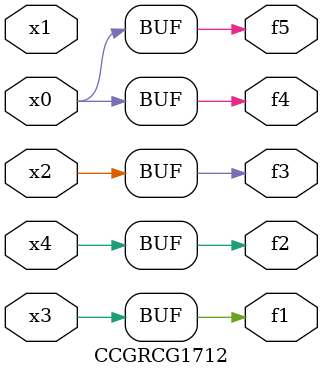
<source format=v>
module CCGRCG1712(
	input x0, x1, x2, x3, x4,
	output f1, f2, f3, f4, f5
);
	assign f1 = x3;
	assign f2 = x4;
	assign f3 = x2;
	assign f4 = x0;
	assign f5 = x0;
endmodule

</source>
